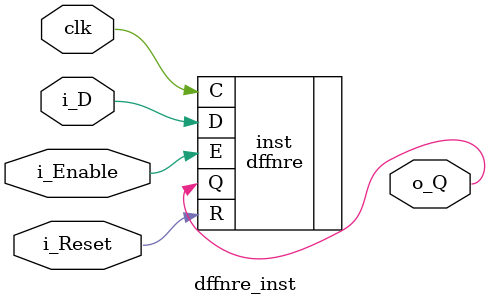
<source format=v>
                                   

`timescale 1ns / 1ps

module dffnre_inst (
	input clk, //clock
	input i_Reset, //reset signal
	input i_Enable, //enable signal
	input i_D, //input to flop
	output o_Q  //output from flop
	);

//
// INSTANTIATIONS
//
	dffnre inst(
		.D(i_D),
		.R(i_Reset),
		.E(i_Enable),
		.C(clk),
		.Q(o_Q)
		);

endmodule
</source>
